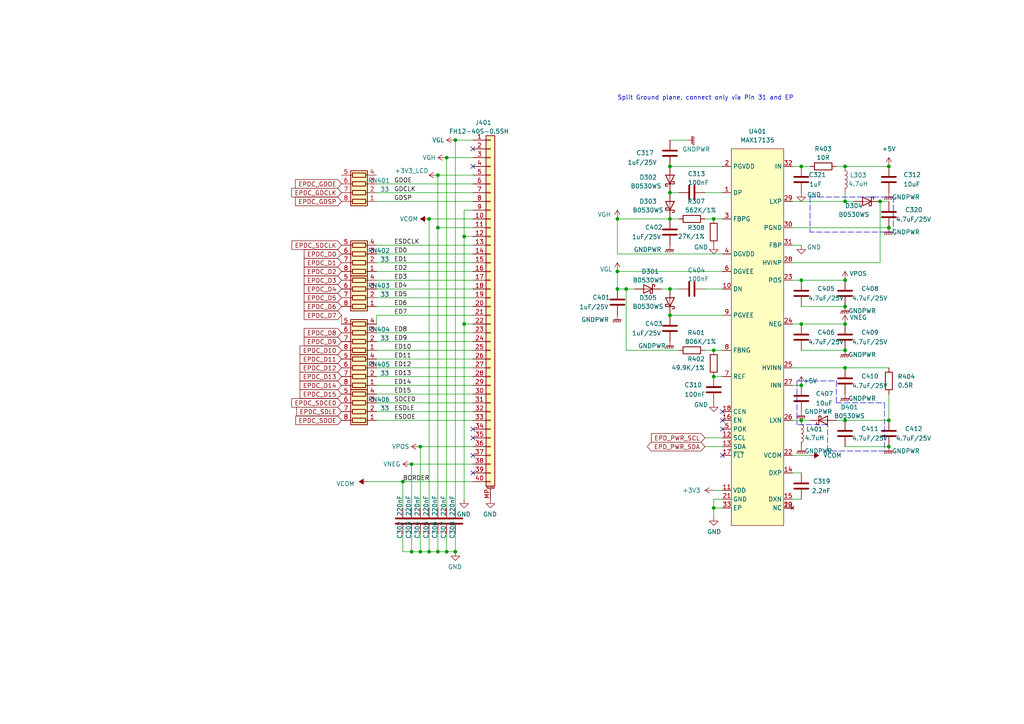
<source format=kicad_sch>
(kicad_sch (version 20211123) (generator eeschema)
  (paper "A4")
  (title_block (title "Caster EPDC") (date "2021-11-08") (rev "R0.1") (company "Copyright 2021 Modos / Engineer: Wenting Zhang"))
  (lib_symbols
    (symbol "Connector_Generic_MountingPin:Conn_01x40_MountingPin" (pin_names (offset 1.016) hide)
      (property "Reference" "J" (at 0 50.8 0))
      (property "Value" "Conn_01x40_MountingPin" (at 1.27 -53.34 0))
      (symbol "Conn_01x40_MountingPin_1_1"
        (rectangle (start -1.27 -50.673) (end 0 -50.927) (stroke (width 0.1524)))
        (rectangle (start -1.27 -48.133) (end 0 -48.387) (stroke (width 0.1524)))
        (rectangle (start -1.27 -45.593) (end 0 -45.847) (stroke (width 0.1524)))
        (rectangle (start -1.27 -43.053) (end 0 -43.307) (stroke (width 0.1524)))
        (rectangle (start -1.27 -40.513) (end 0 -40.767) (stroke (width 0.1524)))
        (rectangle (start -1.27 -37.973) (end 0 -38.227) (stroke (width 0.1524)))
        (rectangle (start -1.27 -35.433) (end 0 -35.687) (stroke (width 0.1524)))
        (rectangle (start -1.27 -32.893) (end 0 -33.147) (stroke (width 0.1524)))
        (rectangle (start -1.27 -30.353) (end 0 -30.607) (stroke (width 0.1524)))
        (rectangle (start -1.27 -27.813) (end 0 -28.067) (stroke (width 0.1524)))
        (rectangle (start -1.27 -25.273) (end 0 -25.527) (stroke (width 0.1524)))
        (rectangle (start -1.27 -22.733) (end 0 -22.987) (stroke (width 0.1524)))
        (rectangle (start -1.27 -20.193) (end 0 -20.447) (stroke (width 0.1524)))
        (rectangle (start -1.27 -17.653) (end 0 -17.907) (stroke (width 0.1524)))
        (rectangle (start -1.27 -15.113) (end 0 -15.367) (stroke (width 0.1524)))
        (rectangle (start -1.27 -12.573) (end 0 -12.827) (stroke (width 0.1524)))
        (rectangle (start -1.27 -10.033) (end 0 -10.287) (stroke (width 0.1524)))
        (rectangle (start -1.27 -7.493) (end 0 -7.747) (stroke (width 0.1524)))
        (rectangle (start -1.27 -4.953) (end 0 -5.207) (stroke (width 0.1524)))
        (rectangle (start -1.27 -2.413) (end 0 -2.667) (stroke (width 0.1524)))
        (rectangle (start -1.27 0.127) (end 0 -0.127) (stroke (width 0.1524)))
        (rectangle (start -1.27 2.667) (end 0 2.413) (stroke (width 0.1524)))
        (rectangle (start -1.27 5.207) (end 0 4.953) (stroke (width 0.1524)))
        (rectangle (start -1.27 7.747) (end 0 7.493) (stroke (width 0.1524)))
        (rectangle (start -1.27 10.287) (end 0 10.033) (stroke (width 0.1524)))
        (rectangle (start -1.27 12.827) (end 0 12.573) (stroke (width 0.1524)))
        (rectangle (start -1.27 15.367) (end 0 15.113) (stroke (width 0.1524)))
        (rectangle (start -1.27 17.907) (end 0 17.653) (stroke (width 0.1524)))
        (rectangle (start -1.27 20.447) (end 0 20.193) (stroke (width 0.1524)))
        (rectangle (start -1.27 22.987) (end 0 22.733) (stroke (width 0.1524)))
        (rectangle (start -1.27 25.527) (end 0 25.273) (stroke (width 0.1524)))
        (rectangle (start -1.27 28.067) (end 0 27.813) (stroke (width 0.1524)))
        (rectangle (start -1.27 30.607) (end 0 30.353) (stroke (width 0.1524)))
        (rectangle (start -1.27 33.147) (end 0 32.893) (stroke (width 0.1524)))
        (rectangle (start -1.27 35.687) (end 0 35.433) (stroke (width 0.1524)))
        (rectangle (start -1.27 38.227) (end 0 37.973) (stroke (width 0.1524)))
        (rectangle (start -1.27 40.767) (end 0 40.513) (stroke (width 0.1524)))
        (rectangle (start -1.27 43.307) (end 0 43.053) (stroke (width 0.1524)))
        (rectangle (start -1.27 45.847) (end 0 45.593) (stroke (width 0.1524)))
        (rectangle (start -1.27 48.387) (end 0 48.133) (stroke (width 0.1524)))
        (rectangle (start -1.27 49.53) (end 1.27 -52.07) (stroke (width 0.254)) (fill (type background)))
        (polyline (pts (xy -1.016 -52.832) (xy 1.016 -52.832)) (stroke (width 0.1524)))
        (text "Mounting" (at 0 -52.451 0) (effects (font (size 0.381 0.381))))
        (pin passive line (at -5.08 48.26 0) (length 3.81) (name "Pin_1") (number "1"))
        (pin passive line (at -5.08 25.4 0) (length 3.81) (name "Pin_10") (number "10"))
        (pin passive line (at -5.08 22.86 0) (length 3.81) (name "Pin_11") (number "11"))
        (pin passive line (at -5.08 20.32 0) (length 3.81) (name "Pin_12") (number "12"))
        (pin passive line (at -5.08 17.78 0) (length 3.81) (name "Pin_13") (number "13"))
        (pin passive line (at -5.08 15.24 0) (length 3.81) (name "Pin_14") (number "14"))
        (pin passive line (at -5.08 12.7 0) (length 3.81) (name "Pin_15") (number "15"))
        (pin passive line (at -5.08 10.16 0) (length 3.81) (name "Pin_16") (number "16"))
        (pin passive line (at -5.08 7.62 0) (length 3.81) (name "Pin_17") (number "17"))
        (pin passive line (at -5.08 5.08 0) (length 3.81) (name "Pin_18") (number "18"))
        (pin passive line (at -5.08 2.54 0) (length 3.81) (name "Pin_19") (number "19"))
        (pin passive line (at -5.08 45.72 0) (length 3.81) (name "Pin_2") (number "2"))
        (pin passive line (at -5.08 0 0) (length 3.81) (name "Pin_20") (number "20"))
        (pin passive line (at -5.08 -2.54 0) (length 3.81) (name "Pin_21") (number "21"))
        (pin passive line (at -5.08 -5.08 0) (length 3.81) (name "Pin_22") (number "22"))
        (pin passive line (at -5.08 -7.62 0) (length 3.81) (name "Pin_23") (number "23"))
        (pin passive line (at -5.08 -10.16 0) (length 3.81) (name "Pin_24") (number "24"))
        (pin passive line (at -5.08 -12.7 0) (length 3.81) (name "Pin_25") (number "25"))
        (pin passive line (at -5.08 -15.24 0) (length 3.81) (name "Pin_26") (number "26"))
        (pin passive line (at -5.08 -17.78 0) (length 3.81) (name "Pin_27") (number "27"))
        (pin passive line (at -5.08 -20.32 0) (length 3.81) (name "Pin_28") (number "28"))
        (pin passive line (at -5.08 -22.86 0) (length 3.81) (name "Pin_29") (number "29"))
        (pin passive line (at -5.08 43.18 0) (length 3.81) (name "Pin_3") (number "3"))
        (pin passive line (at -5.08 -25.4 0) (length 3.81) (name "Pin_30") (number "30"))
        (pin passive line (at -5.08 -27.94 0) (length 3.81) (name "Pin_31") (number "31"))
        (pin passive line (at -5.08 -30.48 0) (length 3.81) (name "Pin_32") (number "32"))
        (pin passive line (at -5.08 -33.02 0) (length 3.81) (name "Pin_33") (number "33"))
        (pin passive line (at -5.08 -35.56 0) (length 3.81) (name "Pin_34") (number "34"))
        (pin passive line (at -5.08 -38.1 0) (length 3.81) (name "Pin_35") (number "35"))
        (pin passive line (at -5.08 -40.64 0) (length 3.81) (name "Pin_36") (number "36"))
        (pin passive line (at -5.08 -43.18 0) (length 3.81) (name "Pin_37") (number "37"))
        (pin passive line (at -5.08 -45.72 0) (length 3.81) (name "Pin_38") (number "38"))
        (pin passive line (at -5.08 -48.26 0) (length 3.81) (name "Pin_39") (number "39"))
        (pin passive line (at -5.08 40.64 0) (length 3.81) (name "Pin_4") (number "4"))
        (pin passive line (at -5.08 -50.8 0) (length 3.81) (name "Pin_40") (number "40"))
        (pin passive line (at -5.08 38.1 0) (length 3.81) (name "Pin_5") (number "5"))
        (pin passive line (at -5.08 35.56 0) (length 3.81) (name "Pin_6") (number "6"))
        (pin passive line (at -5.08 33.02 0) (length 3.81) (name "Pin_7") (number "7"))
        (pin passive line (at -5.08 30.48 0) (length 3.81) (name "Pin_8") (number "8"))
        (pin passive line (at -5.08 27.94 0) (length 3.81) (name "Pin_9") (number "9"))
        (pin passive line (at 0 -55.88 90) (length 3.048) (name "MountPin") (number "MP"))
      )
    )
    (symbol "Device:C" (pin_numbers hide) (pin_names (offset 0.254))
      (property "Reference" "C" (at 0.635 2.54 0))
      (property "Value" "C" (at 0.635 -2.54 0))
      (symbol "C_0_1"
        (polyline (pts (xy -2.032 -0.762) (xy 2.032 -0.762)) (stroke (width 0.508)))
        (polyline (pts (xy -2.032 0.762) (xy 2.032 0.762)) (stroke (width 0.508)))
      )
      (symbol "C_1_1"
        (pin passive line (at 0 3.81 270) (length 2.794) (name "~") (number "1"))
        (pin passive line (at 0 -3.81 90) (length 2.794) (name "~") (number "2"))
      )
    )
    (symbol "Device:D_Schottky" (pin_numbers hide) (pin_names (offset 1.016) hide)
      (property "Reference" "D" (at 0 2.54 0))
      (property "Value" "D_Schottky" (at 0 -2.54 0))
      (symbol "D_Schottky_0_1"
        (polyline (pts (xy 1.27 0) (xy -1.27 0)))
        (polyline (pts (xy 1.27 1.27) (xy 1.27 -1.27) (xy -1.27 0) (xy 1.27 1.27)) (stroke (width 0.254)))
        (polyline (pts (xy -1.905 0.635) (xy -1.905 1.27) (xy -1.27 1.27) (xy -1.27 -1.27) (xy -0.635 -1.27) (xy -0.635 -0.635)) (stroke (width 0.254)))
      )
      (symbol "D_Schottky_1_1"
        (pin passive line (at -3.81 0 0) (length 2.54) (name "K") (number "1"))
        (pin passive line (at 3.81 0 180) (length 2.54) (name "A") (number "2"))
      )
    )
    (symbol "Device:L" (pin_numbers hide) (pin_names (offset 1.016) hide)
      (property "Reference" "L" (at -1.27 0 90))
      (property "Value" "L" (at 1.905 0 90))
      (symbol "L_0_1"
        (arc (start 0 -2.54) (mid 0.635 -1.905) (end 0 -1.27))
        (arc (start 0 -1.27) (mid 0.635 -0.635) (end 0 0))
        (arc (start 0 0) (mid 0.635 0.635) (end 0 1.27))
        (arc (start 0 1.27) (mid 0.635 1.905) (end 0 2.54))
      )
      (symbol "L_1_1"
        (pin passive line (at 0 3.81 270) (length 1.27) (name "1") (number "1"))
        (pin passive line (at 0 -3.81 90) (length 1.27) (name "2") (number "2"))
      )
    )
    (symbol "Device:R" (pin_numbers hide) (pin_names (offset 0))
      (property "Reference" "R" (at 2.032 0 90))
      (property "Value" "R" (at 0 0 90))
      (symbol "R_0_1"
        (rectangle (start -1.016 -2.54) (end 1.016 2.54) (stroke (width 0.254)))
      )
      (symbol "R_1_1"
        (pin passive line (at 0 3.81 270) (length 1.27) (name "~") (number "1"))
        (pin passive line (at 0 -3.81 90) (length 1.27) (name "~") (number "2"))
      )
    )
    (symbol "Device:R_Pack04" (pin_names (offset 0) hide)
      (property "Reference" "RN" (at -7.62 0 90))
      (property "Value" "R_Pack04" (at 5.08 0 90))
      (symbol "R_Pack04_0_1"
        (rectangle (start -6.35 -2.413) (end 3.81 2.413) (stroke (width 0.254)) (fill (type background)))
        (rectangle (start -5.715 1.905) (end -4.445 -1.905) (stroke (width 0.254)))
        (rectangle (start -3.175 1.905) (end -1.905 -1.905) (stroke (width 0.254)))
        (rectangle (start -0.635 1.905) (end 0.635 -1.905) (stroke (width 0.254)))
        (polyline (pts (xy -5.08 -2.54) (xy -5.08 -1.905)))
        (polyline (pts (xy -5.08 1.905) (xy -5.08 2.54)))
        (polyline (pts (xy -2.54 -2.54) (xy -2.54 -1.905)))
        (polyline (pts (xy -2.54 1.905) (xy -2.54 2.54)))
        (polyline (pts (xy 0 -2.54) (xy 0 -1.905)))
        (polyline (pts (xy 0 1.905) (xy 0 2.54)))
        (polyline (pts (xy 2.54 -2.54) (xy 2.54 -1.905)))
        (polyline (pts (xy 2.54 1.905) (xy 2.54 2.54)))
        (rectangle (start 1.905 1.905) (end 3.175 -1.905) (stroke (width 0.254)))
      )
      (symbol "R_Pack04_1_1"
        (pin passive line (at -5.08 -5.08 90) (length 2.54) (name "R1.1") (number "1"))
        (pin passive line (at -2.54 -5.08 90) (length 2.54) (name "R2.1") (number "2"))
        (pin passive line (at 0 -5.08 90) (length 2.54) (name "R3.1") (number "3"))
        (pin passive line (at 2.54 -5.08 90) (length 2.54) (name "R4.1") (number "4"))
        (pin passive line (at 2.54 5.08 270) (length 2.54) (name "R4.2") (number "5"))
        (pin passive line (at 0 5.08 270) (length 2.54) (name "R3.2") (number "6"))
        (pin passive line (at -2.54 5.08 270) (length 2.54) (name "R2.2") (number "7"))
        (pin passive line (at -5.08 5.08 270) (length 2.54) (name "R1.2") (number "8"))
      )
    )
    (symbol "power:+3V3" (power) (pin_names (offset 0))
      (property "Value" "+3V3" (at 0 3.556 0))
      (symbol "+3V3_0_1"
        (polyline (pts (xy -0.762 1.27) (xy 0 2.54)))
        (polyline (pts (xy 0 0) (xy 0 2.54)))
        (polyline (pts (xy 0 2.54) (xy 0.762 1.27)))
      )
      (symbol "+3V3_1_1"
        (pin power_in line (at 0 0 90) (length 0) hide (name "+3V3") (number "1"))
      )
    )
    (symbol "power:+5V" (power) (pin_names (offset 0))
      (property "Value" "+5V" (at 0 3.556 0))
      (symbol "+5V_0_1"
        (polyline (pts (xy -0.762 1.27) (xy 0 2.54)))
        (polyline (pts (xy 0 0) (xy 0 2.54)))
        (polyline (pts (xy 0 2.54) (xy 0.762 1.27)))
      )
      (symbol "+5V_1_1"
        (pin power_in line (at 0 0 90) (length 0) hide (name "+5V") (number "1"))
      )
    )
    (symbol "power:GND" (power) (pin_names (offset 0))
      (property "Value" "GND" (at 0 -3.81 0))
      (symbol "GND_0_1"
        (polyline (pts (xy 0 0) (xy 0 -1.27) (xy 1.27 -1.27) (xy 0 -2.54) (xy -1.27 -1.27) (xy 0 -1.27)))
      )
      (symbol "GND_1_1"
        (pin power_in line (at 0 0 270) (length 0) hide (name "GND") (number "1"))
      )
    )
    (symbol "power:GNDPWR" (power) (pin_names (offset 0))
      (property "Value" "GNDPWR" (at 0 -3.302 0))
      (symbol "GNDPWR_0_1"
        (polyline (pts (xy 0 -1.27) (xy 0 0)))
        (polyline (pts (xy -1.016 -1.27) (xy -1.27 -2.032) (xy -1.27 -2.032)) (stroke (width 0.2032)))
        (polyline (pts (xy -0.508 -1.27) (xy -0.762 -2.032) (xy -0.762 -2.032)) (stroke (width 0.2032)))
        (polyline (pts (xy 0 -1.27) (xy -0.254 -2.032) (xy -0.254 -2.032)) (stroke (width 0.2032)))
        (polyline (pts (xy 0.508 -1.27) (xy 0.254 -2.032) (xy 0.254 -2.032)) (stroke (width 0.2032)))
        (polyline (pts (xy 1.016 -1.27) (xy -1.016 -1.27) (xy -1.016 -1.27)) (stroke (width 0.2032)))
        (polyline (pts (xy 1.016 -1.27) (xy 0.762 -2.032) (xy 0.762 -2.032) (xy 0.762 -2.032)) (stroke (width 0.2032)))
      )
      (symbol "GNDPWR_1_1"
        (pin power_in line (at 0 0 270) (length 0) hide (name "GNDPWR") (number "1"))
      )
    )
    (symbol "power:VCOM" (power) (pin_names (offset 0))
      (property "Value" "VCOM" (at 0 3.81 0))
      (symbol "VCOM_0_1"
        (polyline (pts (xy 0 0) (xy 0 2.54)))
        (polyline (pts (xy 0.762 1.27) (xy -0.762 1.27) (xy 0 2.54) (xy 0.762 1.27)) (fill (type outline)))
      )
      (symbol "VCOM_1_1"
        (pin power_in line (at 0 0 90) (length 0) hide (name "VCOM") (number "1"))
      )
    )
    (symbol "symbols:+3V3_LCD" (power) (pin_names (offset 0))
      (property "Value" "+3V3_LCD" (at 0 3.556 0))
      (symbol "+3V3_LCD_0_1"
        (polyline (pts (xy -0.762 1.27) (xy 0 2.54)))
        (polyline (pts (xy 0 0) (xy 0 2.54)))
        (polyline (pts (xy 0 2.54) (xy 0.762 1.27)))
      )
      (symbol "+3V3_LCD_1_1"
        (pin power_in line (at 0 0 90) (length 0) hide (name "+3V3_LCD") (number "1"))
      )
    )
    (symbol "symbols:MAX17135"
      (property "Reference" "U" (at 0 0 0))
      (property "Value" "MAX17135" (at 0 -2.54 0))
      (symbol "MAX17135_0_1"
        (rectangle (start -7.62 -5.08) (end 7.62 -114.3) (stroke (width 0.1524)) (fill (type background)))
      )
      (symbol "MAX17135_1_1"
        (pin input line (at -10.16 -17.78 0) (length 2.54) (name "DP") (number "1"))
        (pin input line (at -10.16 -45.72 0) (length 2.54) (name "DN") (number "10"))
        (pin input line (at -10.16 -104.14 0) (length 2.54) (name "VDD") (number "11"))
        (pin input line (at -10.16 -88.9 0) (length 2.54) (name "SCL") (number "12"))
        (pin input line (at -10.16 -91.44 0) (length 2.54) (name "SDA") (number "13"))
        (pin input line (at 10.16 -99.06 180) (length 2.54) (name "DXP") (number "14"))
        (pin input line (at 10.16 -106.68 180) (length 2.54) (name "DXN") (number "15"))
        (pin input line (at -10.16 -83.82 0) (length 2.54) (name "EN") (number "16"))
        (pin input line (at -10.16 -93.98 0) (length 2.54) (name "~{FLT}") (number "17"))
        (pin input line (at -10.16 -81.28 0) (length 2.54) (name "CEN") (number "18"))
        (pin no_connect line (at 10.16 -109.22 180) (length 2.54) (name "NC") (number "19"))
        (pin input line (at -10.16 -10.16 0) (length 2.54) (name "PGVDD") (number "2"))
        (pin no_connect line (at 10.16 -109.22 180) (length 2.54) (name "NC") (number "20"))
        (pin input line (at -10.16 -106.68 0) (length 2.54) (name "GND") (number "21"))
        (pin input line (at 10.16 -93.98 180) (length 2.54) (name "VCOM") (number "22"))
        (pin input line (at 10.16 -43.18 180) (length 2.54) (name "POS") (number "23"))
        (pin input line (at 10.16 -55.88 180) (length 2.54) (name "NEG") (number "24"))
        (pin input line (at 10.16 -68.58 180) (length 2.54) (name "HVINN") (number "25"))
        (pin input line (at 10.16 -83.82 180) (length 2.54) (name "LXN") (number "26"))
        (pin input line (at 10.16 -73.66 180) (length 2.54) (name "INN") (number "27"))
        (pin input line (at 10.16 -38.1 180) (length 2.54) (name "HVINP") (number "28"))
        (pin input line (at 10.16 -20.32 180) (length 2.54) (name "LXP") (number "29"))
        (pin input line (at -10.16 -25.4 0) (length 2.54) (name "FBPG") (number "3"))
        (pin input line (at 10.16 -27.94 180) (length 2.54) (name "PGND") (number "30"))
        (pin input line (at 10.16 -33.02 180) (length 2.54) (name "FBP") (number "31"))
        (pin input line (at 10.16 -10.16 180) (length 2.54) (name "IN") (number "32"))
        (pin input line (at -10.16 -109.22 0) (length 2.54) (name "EP") (number "33"))
        (pin input line (at -10.16 -35.56 0) (length 2.54) (name "DGVDD") (number "4"))
        (pin input line (at -10.16 -86.36 0) (length 2.54) (name "POK") (number "5"))
        (pin input line (at -10.16 -40.64 0) (length 2.54) (name "DGVEE") (number "6"))
        (pin input line (at -10.16 -71.12 0) (length 2.54) (name "REF") (number "7"))
        (pin input line (at -10.16 -63.5 0) (length 2.54) (name "FBNG") (number "8"))
        (pin input line (at -10.16 -53.34 0) (length 2.54) (name "PGVEE") (number "9"))
      )
    )
    (symbol "symbols:VGH" (power) (pin_names (offset 0))
      (property "Value" "VGH" (at 0 3.556 0))
      (symbol "VGH_0_1"
        (polyline (pts (xy -0.762 1.27) (xy 0 2.54)))
        (polyline (pts (xy 0 0) (xy 0 2.54)))
        (polyline (pts (xy 0 2.54) (xy 0.762 1.27)))
      )
      (symbol "VGH_1_1"
        (pin power_in line (at 0 0 90) (length 0) hide (name "VGH") (number "1"))
      )
    )
    (symbol "symbols:VGL" (power) (pin_names (offset 0))
      (property "Value" "VGL" (at 0 3.556 0))
      (symbol "VGL_0_1"
        (polyline (pts (xy -0.762 1.27) (xy 0 2.54)))
        (polyline (pts (xy 0 0) (xy 0 2.54)))
        (polyline (pts (xy 0 2.54) (xy 0.762 1.27)))
      )
      (symbol "VGL_1_1"
        (pin power_in line (at 0 0 90) (length 0) hide (name "VGL") (number "1"))
      )
    )
    (symbol "symbols:VNEG" (power) (pin_names (offset 0))
      (property "Value" "VNEG" (at 0 3.556 0))
      (symbol "VNEG_0_1"
        (polyline (pts (xy -0.762 1.27) (xy 0 2.54)))
        (polyline (pts (xy 0 0) (xy 0 2.54)))
        (polyline (pts (xy 0 2.54) (xy 0.762 1.27)))
      )
      (symbol "VNEG_1_1"
        (pin power_in line (at 0 0 90) (length 0) hide (name "VNEG") (number "1"))
      )
    )
    (symbol "symbols:VPOS" (power) (pin_names (offset 0))
      (property "Value" "VPOS" (at 0 3.556 0))
      (symbol "VPOS_0_1"
        (polyline (pts (xy -0.762 1.27) (xy 0 2.54)))
        (polyline (pts (xy 0 0) (xy 0 2.54)))
        (polyline (pts (xy 0 2.54) (xy 0.762 1.27)))
      )
      (symbol "VPOS_1_1"
        (pin power_in line (at 0 0 90) (length 0) hide (name "VPOS") (number "1"))
      )
    )
  )
  (junction (at 121.92 129.54) (diameter 0.9144))
  (junction (at 245.11 48.26))
  (junction (at 127 50.8) (diameter 0.9144))
  (junction (at 179.07 78.74))
  (junction (at 257.81 48.26))
  (junction (at 194.31 83.82))
  (junction (at 179.07 63.5))
  (junction (at 255.27 58.42))
  (junction (at 207.01 101.6))
  (junction (at 127 160.02) (diameter 0.9144))
  (junction (at 124.46 63.5))
  (junction (at 132.08 160.02) (diameter 0.9144))
  (junction (at 257.81 121.92))
  (junction (at 257.81 66.04))
  (junction (at 134.62 68.58) (diameter 0.9144))
  (junction (at 245.11 88.9))
  (junction (at 207.01 147.32))
  (junction (at 245.11 58.42))
  (junction (at 194.31 63.5))
  (junction (at 232.41 48.26))
  (junction (at 232.41 121.92))
  (junction (at 179.07 83.82))
  (junction (at 116.84 139.7) (diameter 0.9144))
  (junction (at 124.46 160.02) (diameter 0.9144))
  (junction (at 132.08 40.64) (diameter 0.9144))
  (junction (at 257.81 129.54))
  (junction (at 207.01 63.5))
  (junction (at 181.61 83.82))
  (junction (at 129.54 160.02) (diameter 0.9144))
  (junction (at 194.31 48.26))
  (junction (at 129.54 45.72) (diameter 0.9144))
  (junction (at 232.41 81.28))
  (junction (at 245.11 106.68))
  (junction (at 245.11 93.98))
  (junction (at 194.31 55.88))
  (junction (at 245.11 101.6))
  (junction (at 119.38 134.62) (diameter 0.9144))
  (junction (at 245.11 121.92))
  (junction (at 232.41 93.98))
  (junction (at 232.41 111.76))
  (junction (at 194.31 91.44))
  (junction (at 134.62 93.98) (diameter 0.9144))
  (junction (at 121.92 160.02) (diameter 0.9144))
  (junction (at 207.01 109.22))
  (junction (at 245.11 81.28))
  (junction (at 119.38 160.02) (diameter 0.9144))
  (junction (at 127 66.04) (diameter 0.9144))
  (no_connect (at 137.16 137.16))
  (no_connect (at 137.16 124.46))
  (no_connect (at 209.55 132.08))
  (no_connect (at 209.55 124.46))
  (no_connect (at 209.55 119.38))
  (no_connect (at 209.55 121.92))
  (no_connect (at 137.16 127))
  (no_connect (at 137.16 132.08))
  (no_connect (at 137.16 43.18))
  (no_connect (at 137.16 48.26))
  (wire (pts (xy 255.27 58.42) (xy 257.81 58.42)))
  (wire (pts (xy 109.22 76.2) (xy 137.16 76.2)))
  (wire (pts (xy 204.47 83.82) (xy 209.55 83.82)))
  (wire (pts (xy 109.22 91.44) (xy 137.16 91.44)))
  (wire (pts (xy 129.54 45.72) (xy 137.16 45.72)))
  (wire (pts (xy 179.07 63.5) (xy 194.31 63.5)))
  (wire (pts (xy 245.11 121.92) (xy 257.81 121.92)))
  (wire (pts (xy 242.57 121.92) (xy 245.11 121.92)))
  (wire (pts (xy 127 66.04) (xy 127 147.32)))
  (wire (pts (xy 194.31 63.5) (xy 196.85 63.5)))
  (wire (pts (xy 109.22 53.34) (xy 137.16 53.34)))
  (wire (pts (xy 124.46 63.5) (xy 137.16 63.5)))
  (wire (pts (xy 229.87 66.04) (xy 257.81 66.04)))
  (wire (pts (xy 109.22 71.12) (xy 137.16 71.12)))
  (wire (pts (xy 194.31 91.44) (xy 209.55 91.44)))
  (wire (pts (xy 109.22 81.28) (xy 137.16 81.28)))
  (wire (pts (xy 109.22 106.68) (xy 137.16 106.68)))
  (wire (pts (xy 99.06 91.44) (xy 99.06 93.98)))
  (wire (pts (xy 134.62 60.96) (xy 134.62 68.58)))
  (wire (pts (xy 245.11 129.54) (xy 257.81 129.54)))
  (wire (pts (xy 229.87 132.08) (xy 234.95 132.08)))
  (wire (pts (xy 109.22 96.52) (xy 137.16 96.52)))
  (wire (pts (xy 232.41 101.6) (xy 245.11 101.6)))
  (wire (pts (xy 194.31 55.88) (xy 196.85 55.88)))
  (wire (pts (xy 109.22 114.3) (xy 137.16 114.3)))
  (wire (pts (xy 181.61 101.6) (xy 181.61 83.82)))
  (wire (pts (xy 196.85 101.6) (xy 181.61 101.6)))
  (wire (pts (xy 116.84 154.94) (xy 116.84 160.02)))
  (wire (pts (xy 134.62 68.58) (xy 134.62 93.98)))
  (polyline (pts (xy 242.57 110.49) (xy 242.57 116.84)))
  (polyline (pts (xy 242.57 116.84) (xy 256.54 116.84)))
  (polyline (pts (xy 240.03 123.19) (xy 231.14 123.19)))
  (polyline (pts (xy 231.14 110.49) (xy 242.57 110.49)))
  (polyline (pts (xy 231.14 110.49) (xy 231.14 123.19)))
  (polyline (pts (xy 256.54 116.84) (xy 256.54 130.81)))
  (polyline (pts (xy 256.54 130.81) (xy 240.03 130.81)))
  (polyline (pts (xy 240.03 130.81) (xy 240.03 123.19)))
  (wire (pts (xy 191.77 83.82) (xy 194.31 83.82)))
  (wire (pts (xy 194.31 83.82) (xy 196.85 83.82)))
  (wire (pts (xy 116.84 139.7) (xy 116.84 147.32)))
  (wire (pts (xy 245.11 48.26) (xy 257.81 48.26)))
  (wire (pts (xy 109.22 116.84) (xy 137.16 116.84)))
  (wire (pts (xy 109.22 88.9) (xy 137.16 88.9)))
  (wire (pts (xy 207.01 142.24) (xy 209.55 142.24)))
  (wire (pts (xy 109.22 101.6) (xy 137.16 101.6)))
  (wire (pts (xy 204.47 63.5) (xy 207.01 63.5)))
  (wire (pts (xy 207.01 63.5) (xy 209.55 63.5)))
  (wire (pts (xy 179.07 73.66) (xy 179.07 63.5)))
  (wire (pts (xy 209.55 73.66) (xy 179.07 73.66)))
  (wire (pts (xy 179.07 78.74) (xy 209.55 78.74)))
  (wire (pts (xy 127 50.8) (xy 137.16 50.8)))
  (wire (pts (xy 245.11 58.42) (xy 247.65 58.42)))
  (wire (pts (xy 204.47 101.6) (xy 207.01 101.6)))
  (wire (pts (xy 207.01 101.6) (xy 209.55 101.6)))
  (wire (pts (xy 232.41 93.98) (xy 245.11 93.98)))
  (wire (pts (xy 106.68 139.7) (xy 116.84 139.7)))
  (wire (pts (xy 109.22 58.42) (xy 137.16 58.42)))
  (polyline (pts (xy 234.95 57.15) (xy 259.08 57.15)))
  (polyline (pts (xy 259.08 57.15) (xy 259.08 67.31)))
  (polyline (pts (xy 234.95 57.15) (xy 234.95 67.31)))
  (polyline (pts (xy 259.08 67.31) (xy 234.95 67.31)))
  (wire (pts (xy 124.46 154.94) (xy 124.46 160.02)))
  (wire (pts (xy 129.54 160.02) (xy 132.08 160.02)))
  (wire (pts (xy 109.22 121.92) (xy 137.16 121.92)))
  (wire (pts (xy 124.46 63.5) (xy 124.46 147.32)))
  (wire (pts (xy 109.22 104.14) (xy 137.16 104.14)))
  (wire (pts (xy 121.92 129.54) (xy 121.92 147.32)))
  (wire (pts (xy 134.62 93.98) (xy 137.16 93.98)))
  (wire (pts (xy 245.11 106.68) (xy 257.81 106.68)))
  (wire (pts (xy 229.87 106.68) (xy 245.11 106.68)))
  (wire (pts (xy 257.81 114.3) (xy 257.81 121.92)))
  (wire (pts (xy 134.62 93.98) (xy 134.62 144.78)))
  (wire (pts (xy 194.31 48.26) (xy 209.55 48.26)))
  (wire (pts (xy 132.08 40.64) (xy 132.08 147.32)))
  (wire (pts (xy 229.87 58.42) (xy 245.11 58.42)))
  (wire (pts (xy 245.11 58.42) (xy 245.11 55.88)))
  (wire (pts (xy 109.22 99.06) (xy 137.16 99.06)))
  (wire (pts (xy 207.01 109.22) (xy 209.55 109.22)))
  (wire (pts (xy 132.08 154.94) (xy 132.08 160.02)))
  (wire (pts (xy 229.87 71.12) (xy 232.41 71.12)))
  (wire (pts (xy 204.47 55.88) (xy 209.55 55.88)))
  (wire (pts (xy 121.92 160.02) (xy 124.46 160.02)))
  (wire (pts (xy 109.22 109.22) (xy 137.16 109.22)))
  (wire (pts (xy 229.87 93.98) (xy 232.41 93.98)))
  (wire (pts (xy 194.31 40.64) (xy 199.39 40.64)))
  (wire (pts (xy 132.08 40.64) (xy 137.16 40.64)))
  (wire (pts (xy 242.57 48.26) (xy 245.11 48.26)))
  (wire (pts (xy 204.47 129.54) (xy 209.55 129.54)))
  (wire (pts (xy 232.41 48.26) (xy 234.95 48.26)))
  (wire (pts (xy 229.87 48.26) (xy 232.41 48.26)))
  (wire (pts (xy 127 66.04) (xy 137.16 66.04)))
  (wire (pts (xy 232.41 88.9) (xy 245.11 88.9)))
  (wire (pts (xy 119.38 154.94) (xy 119.38 160.02)))
  (wire (pts (xy 109.22 111.76) (xy 137.16 111.76)))
  (wire (pts (xy 134.62 68.58) (xy 137.16 68.58)))
  (wire (pts (xy 129.54 45.72) (xy 129.54 147.32)))
  (wire (pts (xy 207.01 147.32) (xy 209.55 147.32)))
  (wire (pts (xy 129.54 154.94) (xy 129.54 160.02)))
  (wire (pts (xy 121.92 154.94) (xy 121.92 160.02)))
  (wire (pts (xy 229.87 144.78) (xy 232.41 144.78)))
  (wire (pts (xy 184.15 83.82) (xy 181.61 83.82)))
  (wire (pts (xy 179.07 83.82) (xy 179.07 78.74)))
  (wire (pts (xy 181.61 83.82) (xy 179.07 83.82)))
  (wire (pts (xy 255.27 58.42) (xy 255.27 76.2)))
  (wire (pts (xy 255.27 76.2) (xy 229.87 76.2)))
  (wire (pts (xy 119.38 160.02) (xy 121.92 160.02)))
  (wire (pts (xy 119.38 134.62) (xy 137.16 134.62)))
  (wire (pts (xy 229.87 81.28) (xy 232.41 81.28)))
  (wire (pts (xy 232.41 81.28) (xy 245.11 81.28)))
  (wire (pts (xy 109.22 73.66) (xy 137.16 73.66)))
  (wire (pts (xy 232.41 121.92) (xy 234.95 121.92)))
  (wire (pts (xy 229.87 121.92) (xy 232.41 121.92)))
  (wire (pts (xy 116.84 160.02) (xy 119.38 160.02)))
  (wire (pts (xy 109.22 119.38) (xy 137.16 119.38)))
  (wire (pts (xy 109.22 83.82) (xy 137.16 83.82)))
  (wire (pts (xy 109.22 91.44) (xy 109.22 93.98)))
  (wire (pts (xy 127 50.8) (xy 127 66.04)))
  (wire (pts (xy 109.22 78.74) (xy 137.16 78.74)))
  (wire (pts (xy 121.92 129.54) (xy 137.16 129.54)))
  (wire (pts (xy 119.38 134.62) (xy 119.38 147.32)))
  (wire (pts (xy 109.22 55.88) (xy 137.16 55.88)))
  (wire (pts (xy 124.46 160.02) (xy 127 160.02)))
  (wire (pts (xy 127 154.94) (xy 127 160.02)))
  (wire (pts (xy 204.47 127) (xy 209.55 127)))
  (wire (pts (xy 116.84 139.7) (xy 137.16 139.7)))
  (wire (pts (xy 127 160.02) (xy 129.54 160.02)))
  (wire (pts (xy 137.16 60.96) (xy 134.62 60.96)))
  (wire (pts (xy 109.22 86.36) (xy 137.16 86.36)))
  (wire (pts (xy 209.55 144.78) (xy 207.01 144.78)))
  (wire (pts (xy 207.01 144.78) (xy 207.01 147.32)))
  (wire (pts (xy 207.01 147.32) (xy 207.01 149.86)))
  (wire (pts (xy 229.87 137.16) (xy 232.41 137.16)))
  (wire (pts (xy 229.87 111.76) (xy 232.41 111.76)))
  (text "Split Ground plane, connect only via Pin 31 and EP" (at 179.07 29.21 0) (effects (font (size 1.27 1.27)) (justify left bottom)))
  (label "GDOE" (at 114.3 53.34 0))
  (label "ED15" (at 114.3 114.3 0))
  (label "ED14" (at 114.3 111.76 0))
  (label "ED13" (at 114.3 109.22 0))
  (label "ESDCLK" (at 114.3 71.12 0))
  (label "GDCLK" (at 114.3 55.88 0))
  (label "ESDLE" (at 114.3 119.38 0))
  (label "ED1" (at 114.3 76.2 0))
  (label "ED9" (at 114.3 99.06 0))
  (label "ED10" (at 114.3 101.6 0))
  (label "ED11" (at 114.3 104.14 0))
  (label "ESDOE" (at 114.3 121.92 0))
  (label "ED7" (at 114.3 91.44 0))
  (label "ED6" (at 114.3 88.9 0))
  (label "ED2" (at 114.3 78.74 0))
  (label "GDSP" (at 114.3 58.42 0))
  (label "BORDER" (at 116.84 139.7 0))
  (label "ED5" (at 114.3 86.36 0))
  (label "ED12" (at 114.3 106.68 0))
  (label "ED4" (at 114.3 83.82 0))
  (label "ED3" (at 114.3 81.28 0))
  (label "ED8" (at 114.3 96.52 0))
  (label "SDCE0" (at 114.3 116.84 0))
  (label "ED0" (at 114.3 73.66 0))
  (global_label "EPDC_D2" (shape input) (at 99.06 78.74 180) (property "Intersheet References" "${INTERSHEET_REFS}" (effects hide)))
  (global_label "EPDC_D9" (shape input) (at 99.06 99.06 180) (property "Intersheet References" "${INTERSHEET_REFS}" (effects hide)))
  (global_label "EPDC_GDSP" (shape input) (at 99.06 58.42 180) (property "Intersheet References" "${INTERSHEET_REFS}" (effects hide)))
  (global_label "EPDC_D4" (shape input) (at 99.06 83.82 180) (property "Intersheet References" "${INTERSHEET_REFS}" (effects hide)))
  (global_label "EPDC_D11" (shape input) (at 99.06 104.14 180) (property "Intersheet References" "${INTERSHEET_REFS}" (effects hide)))
  (global_label "EPDC_D15" (shape input) (at 99.06 114.3 180) (property "Intersheet References" "${INTERSHEET_REFS}" (effects hide)))
  (global_label "EPDC_SDCLK" (shape input) (at 99.06 71.12 180) (property "Intersheet References" "${INTERSHEET_REFS}" (effects hide)))
  (global_label "EPDC_GDOE" (shape input) (at 99.06 53.34 180) (property "Intersheet References" "${INTERSHEET_REFS}" (effects hide)))
  (global_label "EPDC_D8" (shape input) (at 99.06 96.52 180) (property "Intersheet References" "${INTERSHEET_REFS}" (effects hide)))
  (global_label "EPDC_GDCLK" (shape input) (at 99.06 55.88 180) (property "Intersheet References" "${INTERSHEET_REFS}" (effects hide)))
  (global_label "EPDC_D7" (shape input) (at 99.06 91.44 180) (property "Intersheet References" "${INTERSHEET_REFS}" (effects hide)))
  (global_label "EPDC_SDOE" (shape input) (at 99.06 121.92 180) (property "Intersheet References" "${INTERSHEET_REFS}" (effects hide)))
  (global_label "EPDC_D12" (shape input) (at 99.06 106.68 180) (property "Intersheet References" "${INTERSHEET_REFS}" (effects hide)))
  (global_label "EPDC_D13" (shape input) (at 99.06 109.22 180) (property "Intersheet References" "${INTERSHEET_REFS}" (effects hide)))
  (global_label "EPD_PWR_SDA" (shape bidirectional) (at 204.47 129.54 180) (property "Intersheet References" "${INTERSHEET_REFS}" (effects hide)))
  (global_label "EPDC_D6" (shape input) (at 99.06 88.9 180) (property "Intersheet References" "${INTERSHEET_REFS}" (effects hide)))
  (global_label "EPDC_D14" (shape input) (at 99.06 111.76 180) (property "Intersheet References" "${INTERSHEET_REFS}" (effects hide)))
  (global_label "EPDC_SDLE" (shape input) (at 99.06 119.38 180) (property "Intersheet References" "${INTERSHEET_REFS}" (effects hide)))
  (global_label "EPDC_D5" (shape input) (at 99.06 86.36 180) (property "Intersheet References" "${INTERSHEET_REFS}" (effects hide)))
  (global_label "EPD_PWR_SCL" (shape input) (at 204.47 127 180) (property "Intersheet References" "${INTERSHEET_REFS}" (effects hide)))
  (global_label "EPDC_D0" (shape input) (at 99.06 73.66 180) (property "Intersheet References" "${INTERSHEET_REFS}" (effects hide)))
  (global_label "EPDC_D10" (shape input) (at 99.06 101.6 180) (property "Intersheet References" "${INTERSHEET_REFS}" (effects hide)))
  (global_label "EPDC_SDCE0" (shape input) (at 99.06 116.84 180) (property "Intersheet References" "${INTERSHEET_REFS}" (effects hide)))
  (global_label "EPDC_D3" (shape input) (at 99.06 81.28 180) (property "Intersheet References" "${INTERSHEET_REFS}" (effects hide)))
  (global_label "EPDC_D1" (shape input) (at 99.06 76.2 180) (property "Intersheet References" "${INTERSHEET_REFS}" (effects hide)))
  (symbol (lib_id "symbols:VNEG") (at 119.38 134.62 90) (unit 1)
    (property "Reference" "#PWR0402" (effects hide))
    (property "Value" "VNEG" (at 113.665 134.62 90))
  )
  (symbol (lib_id "power:GND") (at 207.01 116.84 0) (unit 1)
    (property "Reference" "#PWR0410" (effects hide))
    (property "Value" "GND" (at 203.327 117.4242 0))
  )
  (symbol (lib_id "Device:C") (at 207.01 113.03 0) (mirror x) (unit 1)
    (property "Reference" "C310" (at 198.501 111.6584 0) (effects (justify left)))
    (property "Value" "100nF" (at 198.501 114.427 0) (effects (justify left)))
    (property "Footprint" "Capacitor_SMD:C_0402_1005Metric" (effects hide))
    (property "LCSC" "C56392" (effects hide))
    (property "Ref.Price" "0.0023" (effects hide))
  )
  (symbol (lib_id "Device:R_Pack04") (at 104.14 96.52 90) (unit 1)
    (property "Reference" "RN404" (at 113.1316 95.5548 90) (effects (justify left)))
    (property "Value" "33" (at 112.903 98.0948 90) (effects (justify left)))
    (property "Footprint" "Resistor_SMD:R_Array_Convex_4x0402" (effects hide))
  )
  (symbol (lib_id "power:GND") (at 207.01 149.86 0) (unit 1)
    (property "Reference" "#PWR0412" (effects hide))
    (property "Value" "GND" (at 207.137 154.2542 0))
  )
  (symbol (lib_id "Device:L") (at 245.11 52.07 0) (unit 1)
    (property "Reference" "L303" (at 248.92 50.8 0))
    (property "Value" "4.7uH" (at 248.92 53.34 0))
    (property "Footprint" "footprints:L_1212" (effects hide))
    (property "LCSC" "C340379 " (effects hide))
    (property "Ref.Price" "0.0643" (effects hide))
  )
  (symbol (lib_id "Device:C") (at 257.81 62.23 180) (unit 1)
    (property "Reference" "C320" (at 267.589 60.8584 0) (effects (justify left)))
    (property "Value" "4.7uF/25V" (at 270.129 63.627 0) (effects (justify left)))
    (property "Footprint" "Capacitor_SMD:C_0805_2012Metric" (effects hide))
    (property "LCSC" "C105489" (effects hide))
    (property "Ref.Price" "0.0271" (effects hide))
  )
  (symbol (lib_id "Device:C") (at 257.81 125.73 180) (unit 1)
    (property "Reference" "C412" (at 267.589 124.3584 0) (effects (justify left)))
    (property "Value" "4.7uF/25V" (at 270.129 127.127 0) (effects (justify left)))
    (property "Footprint" "Capacitor_SMD:C_0805_2012Metric" (effects hide))
    (property "LCSC" "C105489" (effects hide))
    (property "Ref.Price" "0.0271" (effects hide))
  )
  (symbol (lib_id "Device:C") (at 132.08 151.13 0) (unit 1)
    (property "Reference" "C308" (at 131.191 156.3116 90) (effects (justify left)))
    (property "Value" "220nF" (at 131.191 149.733 90) (effects (justify left)))
    (property "Footprint" "Capacitor_SMD:C_0402_1005Metric" (effects hide))
    (property "LCSC" "C880414" (effects hide))
    (property "Ref.Price" "0.0036" (effects hide))
  )
  (symbol (lib_id "power:+3V3") (at 207.01 142.24 90) (unit 1)
    (property "Reference" "#PWR0411" (effects hide))
    (property "Value" "+3V3" (at 203.2 142.2399 90) (effects (justify left)))
  )
  (symbol (lib_id "Device:C") (at 121.92 151.13 0) (unit 1)
    (property "Reference" "C304" (at 121.031 156.3116 90) (effects (justify left)))
    (property "Value" "220nF" (at 121.031 149.733 90) (effects (justify left)))
    (property "Footprint" "Capacitor_SMD:C_0402_1005Metric" (effects hide))
    (property "LCSC" "C880414" (effects hide))
    (property "Ref.Price" "0.0036" (effects hide))
  )
  (symbol (lib_id "symbols:VNEG") (at 245.11 93.98 0) (unit 1)
    (property "Reference" "#PWR0352" (effects hide))
    (property "Value" "VNEG" (at 248.92 92.075 0))
  )
  (symbol (lib_id "power:GNDPWR") (at 199.39 40.64 90) (unit 1)
    (property "Reference" "#PWR0150" (effects hide))
    (property "Value" "GNDPWR" (at 201.93 43.307 90))
  )
  (symbol (lib_id "Device:D_Schottky") (at 194.31 59.69 270) (mirror x) (unit 1)
    (property "Reference" "D303" (at 187.96 58.42 90))
    (property "Value" "B0530WS" (at 187.96 60.96 90))
    (property "Footprint" "Diode_SMD:D_SOD-323" (effects hide))
    (property "LCSC" "C475612" (effects hide))
    (property "Ref.Price" "0.0209" (effects hide))
  )
  (symbol (lib_id "Device:C") (at 200.66 83.82 90) (unit 1)
    (property "Reference" "C404" (at 204.5716 78.359 90) (effects (justify left)))
    (property "Value" "100nF" (at 205.613 80.899 90) (effects (justify left)))
    (property "Footprint" "Capacitor_SMD:C_0402_1005Metric" (effects hide))
    (property "LCSC" "C56392" (effects hide))
    (property "Ref.Price" "0.0023" (effects hide))
  )
  (symbol (lib_id "Device:C") (at 124.46 151.13 0) (unit 1)
    (property "Reference" "C305" (at 123.571 156.3116 90) (effects (justify left)))
    (property "Value" "220nF" (at 123.571 149.733 90) (effects (justify left)))
    (property "Footprint" "Capacitor_SMD:C_0402_1005Metric" (effects hide))
    (property "LCSC" "C880414" (effects hide))
    (property "Ref.Price" "0.0036" (effects hide))
  )
  (symbol (lib_id "Device:C") (at 232.41 97.79 180) (unit 1)
    (property "Reference" "C406" (at 242.189 96.4184 0) (effects (justify left)))
    (property "Value" "4.7uF/25V" (at 244.729 99.187 0) (effects (justify left)))
    (property "Footprint" "Capacitor_SMD:C_0805_2012Metric" (effects hide))
    (property "LCSC" "C105489" (effects hide))
    (property "Ref.Price" "0.0271" (effects hide))
  )
  (symbol (lib_id "power:GNDPWR") (at 257.81 129.54 0) (unit 1)
    (property "Reference" "#PWR0126" (effects hide))
    (property "Value" "GNDPWR" (at 262.763 130.81 0))
  )
  (symbol (lib_id "Device:C") (at 232.41 85.09 180) (unit 1)
    (property "Reference" "C405" (at 242.189 83.7184 0) (effects (justify left)))
    (property "Value" "4.7uF/25V" (at 244.729 86.487 0) (effects (justify left)))
    (property "Footprint" "Capacitor_SMD:C_0805_2012Metric" (effects hide))
    (property "LCSC" "C105489" (effects hide))
    (property "Ref.Price" "0.0271" (effects hide))
  )
  (symbol (lib_id "power:GND") (at 134.62 144.78 0) (mirror y) (unit 1)
    (property "Reference" "#PWR0408" (effects hide))
    (property "Value" "GND" (at 134.493 149.1742 0))
  )
  (symbol (lib_id "power:GND") (at 142.24 144.78 0) (mirror y) (unit 1)
    (property "Reference" "#PWR0414" (effects hide))
    (property "Value" "GND" (at 142.113 149.1742 0))
  )
  (symbol (lib_id "Device:R_Pack04") (at 104.14 116.84 90) (unit 1)
    (property "Reference" "RN406" (at 113.1316 115.8748 90) (effects (justify left)))
    (property "Value" "33" (at 112.903 118.4148 90) (effects (justify left)))
    (property "Footprint" "Resistor_SMD:R_Array_Convex_4x0402" (effects hide))
  )
  (symbol (lib_id "Device:R_Pack04") (at 104.14 106.68 90) (unit 1)
    (property "Reference" "RN405" (at 113.1316 105.7148 90) (effects (justify left)))
    (property "Value" "33" (at 112.903 108.2548 90) (effects (justify left)))
    (property "Footprint" "Resistor_SMD:R_Array_Convex_4x0402" (effects hide))
  )
  (symbol (lib_id "power:VCOM") (at 234.95 132.08 270) (unit 1)
    (property "Reference" "#PWR0419" (effects hide))
    (property "Value" "VCOM" (at 238.76 132.0799 90) (effects (justify left)))
  )
  (symbol (lib_id "Device:C") (at 245.11 85.09 180) (unit 1)
    (property "Reference" "C408" (at 254.889 83.7184 0) (effects (justify left)))
    (property "Value" "4.7uF/25V" (at 257.429 86.487 0) (effects (justify left)))
    (property "Footprint" "Capacitor_SMD:C_0805_2012Metric" (effects hide))
    (property "LCSC" "C105489" (effects hide))
    (property "Ref.Price" "0.0271" (effects hide))
  )
  (symbol (lib_id "Device:D_Schottky") (at 251.46 58.42 0) (mirror y) (unit 1)
    (property "Reference" "D304" (at 247.65 59.69 0))
    (property "Value" "B0530WS" (at 247.65 62.23 0))
    (property "Footprint" "Diode_SMD:D_SOD-323" (effects hide))
    (property "LCSC" "C475612" (effects hide))
    (property "Ref.Price" "0.0209" (effects hide))
  )
  (symbol (lib_id "symbols:VGH") (at 179.07 63.5 0) (unit 1)
    (property "Reference" "#PWR0348" (effects hide))
    (property "Value" "VGH" (at 175.26 62.23 0))
  )
  (symbol (lib_id "Device:C") (at 200.66 55.88 90) (unit 1)
    (property "Reference" "C313" (at 204.5716 50.419 90) (effects (justify left)))
    (property "Value" "100nF" (at 205.613 52.959 90) (effects (justify left)))
    (property "Footprint" "Capacitor_SMD:C_0402_1005Metric" (effects hide))
    (property "LCSC" "C56392" (effects hide))
    (property "Ref.Price" "0.0023" (effects hide))
  )
  (symbol (lib_id "Device:C") (at 245.11 97.79 180) (unit 1)
    (property "Reference" "C409" (at 254.889 96.4184 0) (effects (justify left)))
    (property "Value" "4.7uF/25V" (at 257.429 99.187 0) (effects (justify left)))
    (property "Footprint" "Capacitor_SMD:C_0805_2012Metric" (effects hide))
    (property "LCSC" "C105489" (effects hide))
    (property "Ref.Price" "0.0271" (effects hide))
  )
  (symbol (lib_id "symbols:+3V3_LCD") (at 127 50.8 90) (unit 1)
    (property "Reference" "#PWR0405" (effects hide))
    (property "Value" "+3V3_LCD" (at 119.38 49.53 90))
  )
  (symbol (lib_id "Device:C") (at 257.81 52.07 0) (mirror x) (unit 1)
    (property "Reference" "C312" (at 262.001 50.6984 0) (effects (justify left)))
    (property "Value" "10uF" (at 262.001 53.467 0) (effects (justify left)))
    (property "Footprint" "Capacitor_SMD:C_0603_1608Metric" (effects hide))
    (property "LCSC" "C105490" (effects hide))
    (property "Ref.Price" "0.0165" (effects hide))
  )
  (symbol (lib_id "Device:R") (at 200.66 63.5 90) (unit 1)
    (property "Reference" "R307" (at 201.93 58.42 90))
    (property "Value" "562K/1%" (at 203.2 60.96 90))
    (property "Footprint" "Resistor_SMD:R_0402_1005Metric" (effects hide))
    (property "LCSC" "C273337" (effects hide))
    (property "Ref.Price" "0.001" (effects hide))
  )
  (symbol (lib_id "power:GNDPWR") (at 245.11 114.3 0) (unit 1)
    (property "Reference" "#PWR0133" (effects hide))
    (property "Value" "GNDPWR" (at 250.063 115.57 0))
  )
  (symbol (lib_id "power:GND") (at 132.08 160.02 0) (mirror y) (unit 1)
    (property "Reference" "#PWR0329" (effects hide))
    (property "Value" "GND" (at 131.953 164.4142 0))
  )
  (symbol (lib_id "Device:C") (at 232.41 115.57 0) (mirror x) (unit 1)
    (property "Reference" "C407" (at 236.601 114.1984 0) (effects (justify left)))
    (property "Value" "10uF" (at 236.601 116.967 0) (effects (justify left)))
    (property "Footprint" "Capacitor_SMD:C_0603_1608Metric" (effects hide))
    (property "LCSC" "C105490" (effects hide))
    (property "Ref.Price" "0.0165" (effects hide))
  )
  (symbol (lib_id "Device:C") (at 194.31 95.25 0) (mirror x) (unit 1)
    (property "Reference" "C403" (at 187.071 93.8784 0) (effects (justify left)))
    (property "Value" "1uF/25V" (at 183.261 96.647 0) (effects (justify left)))
    (property "Footprint" "Capacitor_SMD:C_0805_2012Metric" (effects hide))
    (property "LCSC" "C111769" (effects hide))
    (property "Ref.Price" "0.0174" (effects hide))
  )
  (symbol (lib_id "power:GNDPWR") (at 232.41 119.38 0) (unit 1)
    (property "Reference" "#PWR0127" (effects hide))
    (property "Value" "GNDPWR" (at 237.363 119.38 0))
  )
  (symbol (lib_id "power:GNDPWR") (at 257.81 55.88 0) (unit 1)
    (property "Reference" "#PWR0148" (effects hide))
    (property "Value" "GNDPWR" (at 262.763 57.15 0))
  )
  (symbol (lib_id "symbols:VGL") (at 132.08 40.64 90) (unit 1)
    (property "Reference" "#PWR0407" (effects hide))
    (property "Value" "VGL" (at 128.905 40.6399 90) (effects (justify left)))
  )
  (symbol (lib_id "Connector_Generic_MountingPin:Conn_01x40_MountingPin") (at 142.24 88.9 0) (unit 1)
    (property "Reference" "J401" (at 140.208 35.56 0))
    (property "Value" "FH12-40S-0.5SH" (at 138.938 38.1 0))
    (property "Footprint" "footprints:Hirose_FH12-40S-0.5SH_1x40-1MP_P0.50mm_Horizontal_Reversed" (effects hide))
  )
  (symbol (lib_id "power:GNDPWR") (at 257.81 66.04 0) (unit 1)
    (property "Reference" "#PWR0149" (effects hide))
    (property "Value" "GNDPWR" (at 262.763 67.31 0))
  )
  (symbol (lib_id "power:GNDPWR") (at 179.07 91.44 0) (unit 1)
    (property "Reference" "#PWR0144" (effects hide))
    (property "Value" "GNDPWR" (at 172.593 92.71 0))
  )
  (symbol (lib_id "Device:R") (at 200.66 101.6 90) (unit 1)
    (property "Reference" "R401" (at 201.93 96.52 90))
    (property "Value" "806K/1%" (at 203.2 99.06 90))
    (property "Footprint" "Resistor_SMD:R_0402_1005Metric" (effects hide))
    (property "LCSC" "C375495" (effects hide))
    (property "Ref.Price" "0.0008" (effects hide))
  )
  (symbol (lib_id "power:VCOM") (at 124.46 63.5 90) (unit 1)
    (property "Reference" "#PWR0404" (effects hide))
    (property "Value" "VCOM" (at 121.285 63.4999 90) (effects (justify left)))
  )
  (symbol (lib_id "power:VCOM") (at 106.68 139.7 90) (unit 1)
    (property "Reference" "#PWR0401" (effects hide))
    (property "Value" "VCOM" (at 102.87 140.3349 90) (effects (justify left)))
  )
  (symbol (lib_id "power:GNDPWR") (at 194.31 99.06 0) (unit 1)
    (property "Reference" "#PWR0143" (effects hide))
    (property "Value" "GNDPWR" (at 189.103 100.33 0))
  )
  (symbol (lib_id "symbols:VPOS") (at 245.11 81.28 0) (mirror y) (unit 1)
    (property "Reference" "#PWR0420" (effects hide))
    (property "Value" "VPOS" (at 251.4599 79.375 0) (effects (justify left)))
  )
  (symbol (lib_id "Device:R_Pack04") (at 104.14 53.34 90) (unit 1)
    (property "Reference" "RN401" (at 113.1316 52.3748 90) (effects (justify left)))
    (property "Value" "33" (at 112.903 54.9148 90) (effects (justify left)))
    (property "Footprint" "Resistor_SMD:R_Array_Convex_4x0402" (effects hide))
  )
  (symbol (lib_id "Device:R") (at 207.01 67.31 0) (mirror x) (unit 1)
    (property "Reference" "R308" (at 204.47 66.0399 0) (effects (justify right)))
    (property "Value" "27K/1%" (at 204.47 68.5799 0) (effects (justify right)))
    (property "Footprint" "Resistor_SMD:R_0402_1005Metric" (effects hide))
    (property "LCSC" "C138022" (effects hide))
    (property "Ref.Price" "0.0029" (effects hide))
  )
  (symbol (lib_id "Device:D_Schottky") (at 187.96 83.82 0) (mirror y) (unit 1)
    (property "Reference" "D301" (at 186.0549 78.74 0) (effects (justify right)))
    (property "Value" "B0530WS" (at 183.5149 81.28 0) (effects (justify right)))
    (property "Footprint" "Diode_SMD:D_SOD-323" (effects hide))
    (property "LCSC" "C475612" (effects hide))
    (property "Ref.Price" "0.0209" (effects hide))
  )
  (symbol (lib_id "symbols:VPOS") (at 121.92 129.54 90) (unit 1)
    (property "Reference" "#PWR0403" (effects hide))
    (property "Value" "VPOS" (at 118.745 129.5399 90) (effects (justify left)))
  )
  (symbol (lib_id "power:GND") (at 232.41 71.12 0) (mirror y) (unit 1)
    (property "Reference" "#PWR0415" (effects hide))
    (property "Value" "GND" (at 236.093 71.7042 0))
  )
  (symbol (lib_id "power:GND") (at 232.41 55.88 0) (mirror y) (unit 1)
    (property "Reference" "#PWR0413" (effects hide))
    (property "Value" "GND" (at 236.093 56.4642 0))
  )
  (symbol (lib_id "symbols:MAX17135") (at 219.71 38.1 0) (unit 1)
    (property "Reference" "U401" (at 219.71 38.1 0))
    (property "Value" "MAX17135" (at 219.71 40.64 0))
    (property "Footprint" "Package_DFN_QFN:QFN-32-1EP_5x5mm_P0.5mm_EP3.1x3.1mm_ThermalVias" (effects hide))
    (property "Ref.Price" "3.61" (effects hide))
  )
  (symbol (lib_id "Device:C") (at 194.31 67.31 0) (mirror x) (unit 1)
    (property "Reference" "C402" (at 187.071 65.9384 0) (effects (justify left)))
    (property "Value" "1uF/25V" (at 183.261 68.707 0) (effects (justify left)))
    (property "Footprint" "Capacitor_SMD:C_0805_2012Metric" (effects hide))
    (property "LCSC" "C111769" (effects hide))
    (property "Ref.Price" "0.0174" (effects hide))
  )
  (symbol (lib_id "power:GNDPWR") (at 194.31 71.12 0) (unit 1)
    (property "Reference" "#PWR0124" (effects hide))
    (property "Value" "GNDPWR" (at 187.833 72.39 0))
  )
  (symbol (lib_id "power:+5V") (at 232.41 111.76 0) (unit 1)
    (property "Reference" "#PWR0416" (effects hide))
    (property "Value" "+5V" (at 234.95 110.49 0))
  )
  (symbol (lib_id "Device:C") (at 232.41 140.97 180) (unit 1)
    (property "Reference" "C319" (at 240.919 139.5984 0) (effects (justify left)))
    (property "Value" "2.2nF" (at 240.919 142.367 0) (effects (justify left)))
    (property "Footprint" "Capacitor_SMD:C_0402_1005Metric" (effects hide))
    (property "LCSC" "C913886" (effects hide))
    (property "Ref.Price" "0.0024" (effects hide))
  )
  (symbol (lib_id "Device:R") (at 257.81 110.49 180) (unit 1)
    (property "Reference" "R404" (at 260.35 109.2199 0) (effects (justify right)))
    (property "Value" "0.5R" (at 260.35 111.7599 0) (effects (justify right)))
    (property "Footprint" "Resistor_SMD:R_0603_1608Metric" (effects hide))
    (property "LCSC" "C45312" (effects hide))
    (property "Ref.Price" "0.004" (effects hide))
  )
  (symbol (lib_id "Device:C") (at 232.41 52.07 180) (unit 1)
    (property "Reference" "C321" (at 239.649 50.6984 0) (effects (justify left)))
    (property "Value" "1uF" (at 238.379 53.467 0) (effects (justify left)))
    (property "Footprint" "Capacitor_SMD:C_0402_1005Metric" (effects hide))
    (property "LCSC" "C157353" (effects hide))
    (property "Ref.Price" "0.0034" (effects hide))
  )
  (symbol (lib_id "Device:C") (at 129.54 151.13 0) (unit 1)
    (property "Reference" "C307" (at 128.651 156.3116 90) (effects (justify left)))
    (property "Value" "220nF" (at 128.651 149.733 90) (effects (justify left)))
    (property "Footprint" "Capacitor_SMD:C_0402_1005Metric" (effects hide))
    (property "LCSC" "C880414" (effects hide))
    (property "Ref.Price" "0.0036" (effects hide))
  )
  (symbol (lib_id "Device:R") (at 207.01 105.41 0) (mirror x) (unit 1)
    (property "Reference" "R402" (at 204.47 104.1399 0) (effects (justify right)))
    (property "Value" "49.9K/1%" (at 204.47 106.6799 0) (effects (justify right)))
    (property "Footprint" "Resistor_SMD:R_0402_1005Metric" (effects hide))
    (property "LCSC" "C137969" (effects hide))
    (property "Ref.Price" "0.001" (effects hide))
  )
  (symbol (lib_id "power:GNDPWR") (at 232.41 129.54 0) (unit 1)
    (property "Reference" "#PWR0125" (effects hide))
    (property "Value" "GNDPWR" (at 237.363 130.81 0))
  )
  (symbol (lib_id "Device:L") (at 232.41 125.73 0) (unit 1)
    (property "Reference" "L401" (at 236.22 124.46 0))
    (property "Value" "4.7uH" (at 236.22 127 0))
    (property "Footprint" "footprints:L_1212" (effects hide))
    (property "LCSC" "C340379 " (effects hide))
    (property "Ref.Price" "0.0643" (effects hide))
  )
  (symbol (lib_id "Device:C") (at 119.38 151.13 0) (unit 1)
    (property "Reference" "C303" (at 118.491 156.3116 90) (effects (justify left)))
    (property "Value" "220nF" (at 118.491 149.733 90) (effects (justify left)))
    (property "Footprint" "Capacitor_SMD:C_0402_1005Metric" (effects hide))
    (property "LCSC" "C880414" (effects hide))
    (property "Ref.Price" "0.0036" (effects hide))
  )
  (symbol (lib_id "Device:C") (at 245.11 125.73 180) (unit 1)
    (property "Reference" "C411" (at 254.889 124.3584 0) (effects (justify left)))
    (property "Value" "4.7uF/25V" (at 257.429 127.127 0) (effects (justify left)))
    (property "Footprint" "Capacitor_SMD:C_0805_2012Metric" (effects hide))
    (property "LCSC" "C105489" (effects hide))
    (property "Ref.Price" "0.0271" (effects hide))
  )
  (symbol (lib_id "Device:D_Schottky") (at 194.31 52.07 90) (unit 1)
    (property "Reference" "D302" (at 185.42 51.4349 90) (effects (justify right)))
    (property "Value" "B0530WS" (at 182.88 53.9749 90) (effects (justify right)))
    (property "Footprint" "Diode_SMD:D_SOD-323" (effects hide))
    (property "LCSC" "C475612" (effects hide))
    (property "Ref.Price" "0.0209" (effects hide))
  )
  (symbol (lib_id "power:+5V") (at 257.81 48.26 0) (unit 1)
    (property "Reference" "#PWR0424" (effects hide))
    (property "Value" "+5V" (at 257.81 43.18 0))
  )
  (symbol (lib_id "symbols:VGH") (at 129.54 45.72 90) (unit 1)
    (property "Reference" "#PWR0406" (effects hide))
    (property "Value" "VGH" (at 124.46 45.72 90))
  )
  (symbol (lib_id "power:GNDPWR") (at 245.11 101.6 0) (unit 1)
    (property "Reference" "#PWR0145" (effects hide))
    (property "Value" "GNDPWR" (at 250.063 102.87 0))
  )
  (symbol (lib_id "Device:C") (at 116.84 151.13 0) (unit 1)
    (property "Reference" "C302" (at 115.951 156.3116 90) (effects (justify left)))
    (property "Value" "220nF" (at 115.951 149.733 90) (effects (justify left)))
    (property "Footprint" "Capacitor_SMD:C_0402_1005Metric" (effects hide))
    (property "LCSC" "C880414" (effects hide))
    (property "Ref.Price" "0.0036" (effects hide))
  )
  (symbol (lib_id "symbols:VGL") (at 179.07 78.74 0) (unit 1)
    (property "Reference" "#PWR0350" (effects hide))
    (property "Value" "VGL" (at 173.9901 78.105 0) (effects (justify left)))
  )
  (symbol (lib_id "Device:C") (at 179.07 87.63 0) (mirror x) (unit 1)
    (property "Reference" "C401" (at 171.831 86.2584 0) (effects (justify left)))
    (property "Value" "1uF/25V" (at 168.021 89.027 0) (effects (justify left)))
    (property "Footprint" "Capacitor_SMD:C_0805_2012Metric" (effects hide))
    (property "LCSC" "C111769" (effects hide))
    (property "Ref.Price" "0.0174" (effects hide))
  )
  (symbol (lib_id "Device:C") (at 194.31 44.45 0) (mirror x) (unit 1)
    (property "Reference" "C317" (at 184.531 44.3484 0) (effects (justify left)))
    (property "Value" "1uF/25V" (at 181.991 47.117 0) (effects (justify left)))
    (property "Footprint" "Capacitor_SMD:C_0805_2012Metric" (effects hide))
    (property "LCSC" "C111769" (effects hide))
    (property "Ref.Price" "0.0174" (effects hide))
  )
  (symbol (lib_id "Device:D_Schottky") (at 238.76 121.92 0) (mirror x) (unit 1)
    (property "Reference" "D401" (at 246.38 118.11 0))
    (property "Value" "B0530WS" (at 246.38 120.65 0))
    (property "Footprint" "Diode_SMD:D_SOD-323" (effects hide))
    (property "LCSC" "C475612" (effects hide))
    (property "Ref.Price" "0.0209" (effects hide))
  )
  (symbol (lib_id "Device:D_Schottky") (at 194.31 87.63 270) (mirror x) (unit 1)
    (property "Reference" "D305" (at 187.96 86.36 90))
    (property "Value" "B0530WS" (at 187.96 88.9 90))
    (property "Footprint" "Diode_SMD:D_SOD-323" (effects hide))
    (property "LCSC" "C475612" (effects hide))
    (property "Ref.Price" "0.0209" (effects hide))
  )
  (symbol (lib_id "Device:C") (at 245.11 110.49 180) (unit 1)
    (property "Reference" "C410" (at 254.889 109.1184 0) (effects (justify left)))
    (property "Value" "4.7uF/25V" (at 257.429 111.887 0) (effects (justify left)))
    (property "Footprint" "Capacitor_SMD:C_0805_2012Metric" (effects hide))
    (property "LCSC" "C105489" (effects hide))
    (property "Ref.Price" "0.0271" (effects hide))
  )
  (symbol (lib_id "Device:R") (at 238.76 48.26 90) (unit 1)
    (property "Reference" "R403" (at 238.76 43.18 90))
    (property "Value" "10R" (at 238.76 45.72 90))
    (property "Footprint" "Resistor_SMD:R_0402_1005Metric" (effects hide))
    (property "LCSC" "C137925" (effects hide))
    (property "Ref.Price" "0.0006" (effects hide))
  )
  (symbol (lib_id "Device:R_Pack04") (at 104.14 73.66 90) (unit 1)
    (property "Reference" "RN402" (at 113.1316 72.6948 90) (effects (justify left)))
    (property "Value" "33" (at 112.903 75.2348 90) (effects (justify left)))
    (property "Footprint" "Resistor_SMD:R_Array_Convex_4x0402" (effects hide))
  )
  (symbol (lib_id "Device:R_Pack04") (at 104.14 83.82 90) (unit 1)
    (property "Reference" "RN403" (at 113.1316 82.8548 90) (effects (justify left)))
    (property "Value" "33" (at 112.903 85.3948 90) (effects (justify left)))
    (property "Footprint" "Resistor_SMD:R_Array_Convex_4x0402" (effects hide))
  )
  (symbol (lib_id "Device:C") (at 127 151.13 0) (unit 1)
    (property "Reference" "C306" (at 126.111 156.3116 90) (effects (justify left)))
    (property "Value" "220nF" (at 126.111 149.733 90) (effects (justify left)))
    (property "Footprint" "Capacitor_SMD:C_0402_1005Metric" (effects hide))
    (property "LCSC" "C880414" (effects hide))
    (property "Ref.Price" "0.0036" (effects hide))
  )
  (symbol (lib_id "power:GNDPWR") (at 245.11 88.9 0) (unit 1)
    (property "Reference" "#PWR0146" (effects hide))
    (property "Value" "GNDPWR" (at 250.063 90.17 0))
  )
  (symbol (lib_id "power:GND") (at 207.01 71.12 0) (unit 1)
    (property "Reference" "#PWR0409" (effects hide))
    (property "Value" "GND" (at 203.327 71.7042 0))
  )
)
</source>
